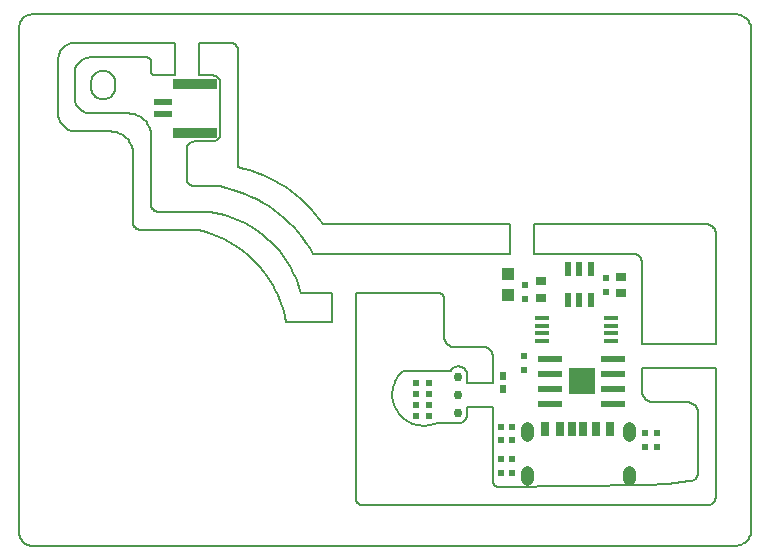
<source format=gtp>
G75*
G70*
%OFA0B0*%
%FSLAX24Y24*%
%IPPOS*%
%LPD*%
%AMOC8*
5,1,8,0,0,1.08239X$1,22.5*
%
%ADD10C,0.0050*%
%ADD11R,0.0433X0.0394*%
%ADD12R,0.0354X0.0250*%
%ADD13R,0.0197X0.0220*%
%ADD14R,0.0810X0.0240*%
%ADD15R,0.0900X0.0900*%
%ADD16R,0.0217X0.0472*%
%ADD17R,0.0472X0.0138*%
%ADD18R,0.0315X0.0472*%
%ADD19R,0.0250X0.0472*%
%ADD20C,0.0004*%
%ADD21C,0.0433*%
%ADD22R,0.0220X0.0197*%
%ADD23C,0.0300*%
%ADD24R,0.0600X0.0236*%
%ADD25R,0.1450X0.0350*%
%ADD26R,0.0197X0.0250*%
D10*
X000929Y000534D02*
X024328Y000534D01*
X024327Y000533D02*
X024374Y000530D01*
X024420Y000531D01*
X024466Y000536D01*
X024512Y000544D01*
X024556Y000557D01*
X024600Y000573D01*
X024642Y000592D01*
X024682Y000615D01*
X024720Y000641D01*
X024756Y000671D01*
X024790Y000703D01*
X024821Y000737D01*
X024848Y000775D01*
X024873Y000814D01*
X024894Y000855D01*
X024912Y000898D01*
X024926Y000942D01*
X024936Y000987D01*
X024943Y001033D01*
X024943Y001034D02*
X024943Y017752D01*
X024943Y017753D02*
X024936Y017798D01*
X024926Y017844D01*
X024911Y017888D01*
X024894Y017930D01*
X024872Y017971D01*
X024848Y018011D01*
X024820Y018048D01*
X024789Y018082D01*
X024756Y018114D01*
X024720Y018143D01*
X024682Y018170D01*
X024641Y018192D01*
X024599Y018212D01*
X024556Y018228D01*
X024511Y018240D01*
X024466Y018248D01*
X024420Y018253D01*
X024374Y018254D01*
X024327Y018251D01*
X024328Y018250D02*
X000929Y018250D01*
X000930Y018250D02*
X000889Y018243D01*
X000849Y018233D01*
X000809Y018219D01*
X000772Y018201D01*
X000736Y018180D01*
X000702Y018156D01*
X000671Y018129D01*
X000642Y018099D01*
X000616Y018066D01*
X000593Y018032D01*
X000574Y017995D01*
X000558Y017956D01*
X000546Y017917D01*
X000537Y017876D01*
X000532Y017835D01*
X000531Y017793D01*
X000534Y017752D01*
X000534Y001034D01*
X000531Y000993D01*
X000532Y000951D01*
X000537Y000910D01*
X000545Y000869D01*
X000558Y000829D01*
X000574Y000791D01*
X000593Y000754D01*
X000616Y000719D01*
X000642Y000686D01*
X000670Y000656D01*
X000702Y000629D01*
X000736Y000604D01*
X000772Y000583D01*
X000809Y000565D01*
X000848Y000551D01*
X000889Y000541D01*
X000930Y000534D01*
X009437Y007981D02*
X009399Y008165D01*
X009352Y008348D01*
X009296Y008528D01*
X009232Y008705D01*
X009159Y008878D01*
X009077Y009048D01*
X008988Y009214D01*
X008890Y009375D01*
X008785Y009532D01*
X008672Y009683D01*
X008552Y009828D01*
X008425Y009967D01*
X008291Y010100D01*
X008151Y010226D01*
X008005Y010345D01*
X007854Y010457D01*
X007697Y010562D01*
X007535Y010659D01*
X007369Y010747D01*
X007199Y010828D01*
X007025Y010900D01*
X006847Y010964D01*
X006667Y011019D01*
X006484Y011065D01*
X004578Y011065D01*
X004548Y011067D01*
X004518Y011072D01*
X004489Y011081D01*
X004462Y011094D01*
X004436Y011109D01*
X004412Y011128D01*
X004391Y011149D01*
X004372Y011173D01*
X004357Y011199D01*
X004344Y011226D01*
X004335Y011255D01*
X004330Y011285D01*
X004328Y011315D01*
X004328Y013595D01*
X004326Y013649D01*
X004320Y013702D01*
X004311Y013754D01*
X004298Y013806D01*
X004281Y013857D01*
X004260Y013907D01*
X004236Y013954D01*
X004209Y014000D01*
X004178Y014044D01*
X004145Y014086D01*
X004108Y014125D01*
X004069Y014162D01*
X004027Y014195D01*
X003983Y014226D01*
X003937Y014253D01*
X003890Y014277D01*
X003840Y014298D01*
X003789Y014315D01*
X003737Y014328D01*
X003685Y014337D01*
X003632Y014343D01*
X003578Y014345D01*
X002387Y014345D01*
X002341Y014350D01*
X002296Y014359D01*
X002251Y014371D01*
X002207Y014386D01*
X002165Y014405D01*
X002124Y014428D01*
X002085Y014453D01*
X002048Y014481D01*
X002014Y014512D01*
X001982Y014546D01*
X001953Y014582D01*
X001927Y014621D01*
X001903Y014661D01*
X001884Y014703D01*
X001867Y014746D01*
X001854Y014791D01*
X001844Y014836D01*
X001838Y014882D01*
X001836Y014928D01*
X001837Y014975D01*
X001837Y016756D01*
X001839Y016801D01*
X001845Y016847D01*
X001854Y016891D01*
X001867Y016935D01*
X001883Y016977D01*
X001903Y017018D01*
X001927Y017057D01*
X001953Y017094D01*
X001982Y017129D01*
X002014Y017161D01*
X002049Y017190D01*
X002086Y017216D01*
X002125Y017240D01*
X002166Y017260D01*
X002208Y017276D01*
X002252Y017289D01*
X002296Y017298D01*
X002342Y017304D01*
X002387Y017306D01*
X005733Y017306D01*
X005733Y016215D01*
X005078Y016215D01*
X005055Y016217D01*
X005032Y016222D01*
X005010Y016231D01*
X004990Y016244D01*
X004972Y016259D01*
X004957Y016277D01*
X004944Y016297D01*
X004935Y016319D01*
X004930Y016342D01*
X004928Y016365D01*
X004928Y016665D01*
X004926Y016688D01*
X004921Y016711D01*
X004912Y016733D01*
X004899Y016753D01*
X004884Y016771D01*
X004866Y016786D01*
X004846Y016799D01*
X004824Y016808D01*
X004801Y016813D01*
X004778Y016815D01*
X002928Y016815D01*
X002883Y016813D01*
X002837Y016807D01*
X002793Y016798D01*
X002749Y016785D01*
X002707Y016769D01*
X002666Y016749D01*
X002627Y016725D01*
X002590Y016699D01*
X002555Y016670D01*
X002523Y016638D01*
X002494Y016603D01*
X002468Y016566D01*
X002444Y016527D01*
X002424Y016486D01*
X002408Y016444D01*
X002395Y016400D01*
X002386Y016356D01*
X002380Y016310D01*
X002378Y016265D01*
X002378Y015495D01*
X002380Y015450D01*
X002386Y015404D01*
X002395Y015360D01*
X002408Y015316D01*
X002424Y015274D01*
X002444Y015233D01*
X002468Y015194D01*
X002494Y015157D01*
X002523Y015122D01*
X002555Y015090D01*
X002590Y015061D01*
X002627Y015035D01*
X002666Y015011D01*
X002707Y014991D01*
X002749Y014975D01*
X002793Y014962D01*
X002837Y014953D01*
X002883Y014947D01*
X002928Y014945D01*
X004178Y014945D01*
X004232Y014943D01*
X004285Y014937D01*
X004337Y014928D01*
X004389Y014915D01*
X004440Y014898D01*
X004490Y014877D01*
X004537Y014853D01*
X004583Y014826D01*
X004627Y014795D01*
X004669Y014762D01*
X004708Y014725D01*
X004745Y014686D01*
X004778Y014644D01*
X004809Y014600D01*
X004836Y014554D01*
X004860Y014507D01*
X004881Y014457D01*
X004898Y014406D01*
X004911Y014354D01*
X004920Y014302D01*
X004926Y014249D01*
X004928Y014195D01*
X004928Y011915D01*
X004930Y011885D01*
X004935Y011855D01*
X004944Y011826D01*
X004957Y011799D01*
X004972Y011773D01*
X004991Y011749D01*
X005012Y011728D01*
X005036Y011709D01*
X005062Y011694D01*
X005089Y011681D01*
X005118Y011672D01*
X005148Y011667D01*
X005178Y011665D01*
X006878Y011665D01*
X007228Y012515D02*
X006378Y012515D01*
X006348Y012517D01*
X006318Y012522D01*
X006289Y012531D01*
X006262Y012544D01*
X006236Y012559D01*
X006212Y012578D01*
X006191Y012599D01*
X006172Y012623D01*
X006157Y012649D01*
X006144Y012676D01*
X006135Y012705D01*
X006130Y012735D01*
X006128Y012765D01*
X006128Y013765D01*
X006130Y013795D01*
X006135Y013825D01*
X006144Y013854D01*
X006157Y013881D01*
X006172Y013907D01*
X006191Y013931D01*
X006212Y013952D01*
X006236Y013971D01*
X006262Y013986D01*
X006289Y013999D01*
X006318Y014008D01*
X006348Y014013D01*
X006378Y014015D01*
X006978Y014015D01*
X007008Y014017D01*
X007038Y014022D01*
X007067Y014031D01*
X007094Y014044D01*
X007120Y014059D01*
X007144Y014078D01*
X007165Y014099D01*
X007184Y014123D01*
X007199Y014149D01*
X007212Y014176D01*
X007221Y014205D01*
X007226Y014235D01*
X007228Y014265D01*
X007228Y015965D01*
X007226Y015995D01*
X007221Y016025D01*
X007212Y016054D01*
X007199Y016081D01*
X007184Y016107D01*
X007165Y016131D01*
X007144Y016152D01*
X007120Y016171D01*
X007094Y016186D01*
X007067Y016199D01*
X007038Y016208D01*
X007008Y016213D01*
X006978Y016215D01*
X006521Y016215D01*
X006521Y017306D01*
X007568Y017306D01*
X007569Y017306D02*
X007599Y017304D01*
X007628Y017299D01*
X007657Y017291D01*
X007684Y017279D01*
X007710Y017263D01*
X007734Y017245D01*
X007755Y017224D01*
X007774Y017201D01*
X007790Y017175D01*
X007802Y017148D01*
X007811Y017119D01*
X007817Y017090D01*
X007819Y017060D01*
X007818Y017060D02*
X007818Y013156D01*
X010657Y011256D02*
X016908Y011256D01*
X016908Y010259D01*
X010328Y010259D01*
X009928Y008965D02*
X010960Y008965D01*
X010960Y007981D01*
X009437Y007981D01*
X011747Y008965D02*
X011747Y002142D01*
X011747Y002141D02*
X011748Y002112D01*
X011752Y002083D01*
X011760Y002054D01*
X011771Y002027D01*
X011786Y002001D01*
X011803Y001977D01*
X011823Y001955D01*
X011846Y001936D01*
X011871Y001920D01*
X011897Y001907D01*
X011925Y001897D01*
X011954Y001891D01*
X011984Y001888D01*
X011983Y001888D02*
X023464Y001888D01*
X023497Y001890D01*
X023530Y001896D01*
X023562Y001905D01*
X023592Y001918D01*
X023621Y001935D01*
X023648Y001954D01*
X023673Y001976D01*
X023695Y002001D01*
X023714Y002028D01*
X023730Y002058D01*
X023742Y002088D01*
X023751Y002120D01*
X023756Y002153D01*
X023758Y002186D01*
X023758Y006464D01*
X021278Y006464D01*
X021278Y005715D01*
X021282Y005676D01*
X021290Y005637D01*
X021301Y005600D01*
X021315Y005563D01*
X021333Y005528D01*
X021355Y005495D01*
X021379Y005464D01*
X021406Y005435D01*
X021435Y005409D01*
X021467Y005386D01*
X021500Y005365D01*
X021536Y005348D01*
X021573Y005334D01*
X021611Y005324D01*
X021649Y005317D01*
X021689Y005314D01*
X021728Y005315D01*
X022828Y005315D01*
X022827Y005316D02*
X022863Y005311D01*
X022899Y005303D01*
X022933Y005291D01*
X022967Y005276D01*
X022998Y005258D01*
X023028Y005237D01*
X023055Y005213D01*
X023080Y005186D01*
X023102Y005157D01*
X023121Y005126D01*
X023137Y005094D01*
X023150Y005059D01*
X023160Y005024D01*
X023166Y004988D01*
X023168Y004952D01*
X023167Y004916D01*
X023167Y004915D02*
X023167Y002977D01*
X023165Y002944D01*
X023160Y002912D01*
X023151Y002880D01*
X023138Y002849D01*
X023122Y002821D01*
X023103Y002794D01*
X023081Y002769D01*
X023056Y002747D01*
X023029Y002728D01*
X023001Y002712D01*
X022970Y002699D01*
X022938Y002690D01*
X022906Y002685D01*
X022873Y002683D01*
X021424Y002565D02*
X016564Y002479D01*
X016534Y002481D01*
X016504Y002486D01*
X016475Y002495D01*
X016448Y002508D01*
X016422Y002523D01*
X016398Y002542D01*
X016377Y002563D01*
X016358Y002587D01*
X016343Y002613D01*
X016330Y002640D01*
X016321Y002669D01*
X016316Y002699D01*
X016314Y002729D01*
X016314Y005167D01*
X015468Y005167D01*
X015468Y004899D01*
X015463Y004867D01*
X015455Y004835D01*
X015443Y004805D01*
X015428Y004776D01*
X015410Y004749D01*
X015389Y004724D01*
X015365Y004701D01*
X015339Y004682D01*
X015311Y004665D01*
X015281Y004652D01*
X015250Y004642D01*
X015218Y004636D01*
X015186Y004633D01*
X015153Y004634D01*
X014444Y004634D01*
X014386Y004609D01*
X014326Y004587D01*
X014265Y004570D01*
X014203Y004556D01*
X014141Y004546D01*
X014078Y004539D01*
X014014Y004537D01*
X013951Y004539D01*
X013887Y004544D01*
X013825Y004553D01*
X013763Y004566D01*
X013701Y004583D01*
X013641Y004604D01*
X013583Y004628D01*
X013526Y004656D01*
X013470Y004687D01*
X013417Y004721D01*
X013366Y004759D01*
X013317Y004800D01*
X013271Y004844D01*
X013228Y004890D01*
X013188Y004939D01*
X013150Y004990D01*
X013116Y005044D01*
X013086Y005099D01*
X013058Y005157D01*
X013035Y005216D01*
X013015Y005276D01*
X012998Y005337D01*
X012986Y005399D01*
X012977Y005462D01*
X012972Y005525D01*
X012971Y005589D01*
X012974Y005652D01*
X012981Y005715D01*
X012991Y005778D01*
X013006Y005840D01*
X013024Y005901D01*
X013046Y005960D01*
X013072Y006018D01*
X013101Y006075D01*
X013133Y006129D01*
X013169Y006182D01*
X013208Y006232D01*
X013249Y006280D01*
X013294Y006325D01*
X013341Y006367D01*
X013342Y006367D02*
X014917Y006367D01*
X014916Y006367D02*
X014935Y006395D01*
X014956Y006421D01*
X014980Y006444D01*
X015007Y006464D01*
X015036Y006481D01*
X015067Y006495D01*
X015099Y006505D01*
X015132Y006511D01*
X015165Y006514D01*
X015199Y006513D01*
X015232Y006508D01*
X015264Y006499D01*
X015296Y006487D01*
X015325Y006471D01*
X015353Y006452D01*
X015378Y006430D01*
X015401Y006406D01*
X015421Y006378D01*
X015437Y006349D01*
X015450Y006318D01*
X015460Y006286D01*
X015466Y006253D01*
X015468Y006220D01*
X015468Y005956D01*
X016314Y005956D01*
X016314Y006881D01*
X016314Y006880D02*
X016310Y006913D01*
X016303Y006944D01*
X016293Y006975D01*
X016279Y007005D01*
X016262Y007032D01*
X016242Y007058D01*
X016219Y007081D01*
X016193Y007101D01*
X016166Y007119D01*
X016137Y007133D01*
X016106Y007144D01*
X016074Y007152D01*
X016042Y007155D01*
X016010Y007156D01*
X016009Y007156D02*
X015014Y007156D01*
X014979Y007160D01*
X014944Y007169D01*
X014910Y007180D01*
X014878Y007195D01*
X014847Y007214D01*
X014819Y007236D01*
X014793Y007260D01*
X014770Y007287D01*
X014749Y007316D01*
X014732Y007348D01*
X014718Y007381D01*
X014708Y007415D01*
X014701Y007450D01*
X014698Y007485D01*
X014699Y007521D01*
X014699Y008765D01*
X014700Y008765D02*
X014697Y008792D01*
X014690Y008819D01*
X014680Y008845D01*
X014666Y008869D01*
X014650Y008891D01*
X014630Y008911D01*
X014609Y008928D01*
X014585Y008942D01*
X014560Y008953D01*
X014533Y008960D01*
X014506Y008964D01*
X014478Y008965D01*
X011747Y008965D01*
X010657Y011256D02*
X010530Y011434D01*
X010394Y011605D01*
X010250Y011770D01*
X010099Y011928D01*
X009940Y012078D01*
X009774Y012221D01*
X009601Y012356D01*
X009422Y012482D01*
X009238Y012599D01*
X009047Y012707D01*
X008852Y012806D01*
X008653Y012896D01*
X008449Y012976D01*
X008242Y013046D01*
X008031Y013106D01*
X007818Y013156D01*
X003728Y015815D02*
X003728Y015965D01*
X003726Y016004D01*
X003720Y016043D01*
X003711Y016081D01*
X003698Y016118D01*
X003681Y016154D01*
X003661Y016187D01*
X003637Y016219D01*
X003611Y016248D01*
X003582Y016274D01*
X003550Y016298D01*
X003517Y016318D01*
X003481Y016335D01*
X003444Y016348D01*
X003406Y016357D01*
X003367Y016363D01*
X003328Y016365D01*
X003289Y016363D01*
X003250Y016357D01*
X003212Y016348D01*
X003175Y016335D01*
X003139Y016318D01*
X003106Y016298D01*
X003074Y016274D01*
X003045Y016248D01*
X003019Y016219D01*
X002995Y016187D01*
X002975Y016154D01*
X002958Y016118D01*
X002945Y016081D01*
X002936Y016043D01*
X002930Y016004D01*
X002928Y015965D01*
X002928Y015815D01*
X002930Y015776D01*
X002936Y015737D01*
X002945Y015699D01*
X002958Y015662D01*
X002975Y015626D01*
X002995Y015593D01*
X003019Y015561D01*
X003045Y015532D01*
X003074Y015506D01*
X003106Y015482D01*
X003139Y015462D01*
X003175Y015445D01*
X003212Y015432D01*
X003250Y015423D01*
X003289Y015417D01*
X003328Y015415D01*
X003367Y015417D01*
X003406Y015423D01*
X003444Y015432D01*
X003481Y015445D01*
X003517Y015462D01*
X003550Y015482D01*
X003582Y015506D01*
X003611Y015532D01*
X003637Y015561D01*
X003661Y015593D01*
X003681Y015626D01*
X003698Y015662D01*
X003711Y015699D01*
X003720Y015737D01*
X003726Y015776D01*
X003728Y015815D01*
X007228Y012515D02*
X007443Y012468D01*
X007655Y012410D01*
X007864Y012342D01*
X008070Y012264D01*
X008271Y012176D01*
X008469Y012079D01*
X008661Y011972D01*
X008847Y011856D01*
X009028Y011730D01*
X009203Y011597D01*
X009371Y011455D01*
X009532Y011305D01*
X009685Y011147D01*
X009831Y010983D01*
X009968Y010811D01*
X010097Y010633D01*
X010217Y010449D01*
X010328Y010259D01*
X009928Y008965D02*
X009877Y009137D01*
X009818Y009307D01*
X009751Y009474D01*
X009675Y009637D01*
X009592Y009797D01*
X009501Y009952D01*
X009403Y010102D01*
X009298Y010248D01*
X009185Y010388D01*
X009066Y010523D01*
X008941Y010652D01*
X008809Y010774D01*
X008671Y010890D01*
X008528Y010999D01*
X008380Y011101D01*
X008227Y011195D01*
X008070Y011282D01*
X007909Y011362D01*
X007744Y011433D01*
X007576Y011496D01*
X007404Y011551D01*
X007231Y011598D01*
X007055Y011636D01*
X006878Y011665D01*
X017695Y011256D02*
X017695Y010259D01*
X021028Y010259D01*
X021058Y010258D01*
X021087Y010253D01*
X021116Y010244D01*
X021143Y010232D01*
X021169Y010217D01*
X021192Y010199D01*
X021214Y010178D01*
X021232Y010155D01*
X021248Y010130D01*
X021261Y010103D01*
X021270Y010074D01*
X021276Y010045D01*
X021278Y010015D01*
X021278Y007252D01*
X023758Y007252D01*
X023758Y010915D01*
X023757Y010916D02*
X023756Y010951D01*
X023751Y010985D01*
X023742Y011019D01*
X023730Y011052D01*
X023715Y011084D01*
X023696Y011114D01*
X023674Y011141D01*
X023650Y011166D01*
X023623Y011189D01*
X023594Y011208D01*
X023563Y011225D01*
X023531Y011238D01*
X023497Y011248D01*
X023462Y011254D01*
X023427Y011256D01*
X023428Y011256D02*
X017695Y011256D01*
X021424Y002565D02*
X022150Y002608D01*
X022873Y002683D01*
D11*
X016839Y008879D03*
X016839Y009588D03*
D12*
X017939Y009357D03*
X017939Y008810D03*
X020610Y008960D03*
X020610Y009507D03*
D13*
X020093Y009457D03*
X020093Y009010D03*
X017409Y009217D03*
X017409Y008770D03*
X017360Y006852D03*
X017360Y006405D03*
X016960Y004508D03*
X016600Y004508D03*
X016600Y004061D03*
X016960Y004061D03*
X016960Y003415D03*
X016600Y003415D03*
X016600Y002968D03*
X016960Y002968D03*
X021410Y003842D03*
X021796Y003842D03*
X021796Y004289D03*
X021410Y004289D03*
D14*
X020340Y005262D03*
X020340Y005762D03*
X020340Y006262D03*
X020340Y006762D03*
X018220Y006762D03*
X018220Y006262D03*
X018220Y005762D03*
X018220Y005262D03*
D15*
X019280Y006012D03*
D16*
X019210Y008722D03*
X019584Y008722D03*
X018836Y008722D03*
X018836Y009746D03*
X019210Y009746D03*
X019584Y009746D03*
D17*
X020262Y008133D03*
X020262Y007877D03*
X020262Y007621D03*
X020262Y007365D03*
X017959Y007365D03*
X017959Y007621D03*
X017959Y007877D03*
X017959Y008133D03*
D18*
X018064Y004411D03*
X018548Y004411D03*
X019745Y004411D03*
X020229Y004411D03*
D19*
X019343Y004411D03*
X018950Y004411D03*
D20*
X017554Y004483D02*
X017554Y004238D01*
X017552Y004218D01*
X017547Y004199D01*
X017538Y004181D01*
X017526Y004165D01*
X017511Y004152D01*
X017494Y004141D01*
X017476Y004134D01*
X017456Y004130D01*
X017436Y004130D01*
X017416Y004134D01*
X017398Y004141D01*
X017381Y004152D01*
X017366Y004165D01*
X017354Y004181D01*
X017345Y004199D01*
X017340Y004218D01*
X017338Y004238D01*
X017338Y004483D01*
X017340Y004503D01*
X017345Y004522D01*
X017354Y004540D01*
X017366Y004556D01*
X017381Y004569D01*
X017398Y004580D01*
X017416Y004587D01*
X017436Y004591D01*
X017456Y004591D01*
X017476Y004587D01*
X017494Y004580D01*
X017511Y004569D01*
X017526Y004556D01*
X017538Y004540D01*
X017547Y004522D01*
X017552Y004503D01*
X017554Y004483D01*
X017554Y002986D02*
X017554Y002742D01*
X017552Y002722D01*
X017547Y002703D01*
X017538Y002685D01*
X017526Y002669D01*
X017511Y002656D01*
X017494Y002645D01*
X017476Y002638D01*
X017456Y002634D01*
X017436Y002634D01*
X017416Y002638D01*
X017398Y002645D01*
X017381Y002656D01*
X017366Y002669D01*
X017354Y002685D01*
X017345Y002703D01*
X017340Y002722D01*
X017338Y002742D01*
X017338Y002986D01*
X017340Y003006D01*
X017345Y003025D01*
X017354Y003043D01*
X017366Y003059D01*
X017381Y003072D01*
X017398Y003083D01*
X017416Y003090D01*
X017436Y003094D01*
X017456Y003094D01*
X017476Y003090D01*
X017494Y003083D01*
X017511Y003072D01*
X017526Y003059D01*
X017538Y003043D01*
X017547Y003025D01*
X017552Y003006D01*
X017554Y002986D01*
X020739Y002986D02*
X020739Y002742D01*
X020741Y002722D01*
X020746Y002703D01*
X020755Y002685D01*
X020767Y002669D01*
X020782Y002656D01*
X020799Y002645D01*
X020817Y002638D01*
X020837Y002634D01*
X020857Y002634D01*
X020877Y002638D01*
X020895Y002645D01*
X020912Y002656D01*
X020927Y002669D01*
X020939Y002685D01*
X020948Y002703D01*
X020953Y002722D01*
X020955Y002742D01*
X020956Y002742D02*
X020956Y002986D01*
X020955Y002986D02*
X020953Y003006D01*
X020948Y003025D01*
X020939Y003043D01*
X020927Y003059D01*
X020912Y003072D01*
X020895Y003083D01*
X020877Y003090D01*
X020857Y003094D01*
X020837Y003094D01*
X020817Y003090D01*
X020799Y003083D01*
X020782Y003072D01*
X020767Y003059D01*
X020755Y003043D01*
X020746Y003025D01*
X020741Y003006D01*
X020739Y002986D01*
X020739Y004238D02*
X020739Y004483D01*
X020741Y004503D01*
X020746Y004522D01*
X020755Y004540D01*
X020767Y004556D01*
X020782Y004569D01*
X020799Y004580D01*
X020817Y004587D01*
X020837Y004591D01*
X020857Y004591D01*
X020877Y004587D01*
X020895Y004580D01*
X020912Y004569D01*
X020927Y004556D01*
X020939Y004540D01*
X020948Y004522D01*
X020953Y004503D01*
X020955Y004483D01*
X020956Y004483D02*
X020956Y004238D01*
X020955Y004238D02*
X020953Y004218D01*
X020948Y004199D01*
X020939Y004181D01*
X020927Y004165D01*
X020912Y004152D01*
X020895Y004141D01*
X020877Y004134D01*
X020857Y004130D01*
X020837Y004130D01*
X020817Y004134D01*
X020799Y004141D01*
X020782Y004152D01*
X020767Y004165D01*
X020755Y004181D01*
X020746Y004199D01*
X020741Y004218D01*
X020739Y004238D01*
D21*
X020847Y004477D02*
X020847Y004477D01*
X020847Y004241D01*
X020847Y004241D01*
X020847Y004477D01*
X020847Y002980D02*
X020847Y002980D01*
X020847Y002744D01*
X020847Y002744D01*
X020847Y002980D01*
X017446Y002980D02*
X017446Y002980D01*
X017446Y002744D01*
X017446Y002744D01*
X017446Y002980D01*
X017446Y004477D02*
X017446Y004477D01*
X017446Y004241D01*
X017446Y004241D01*
X017446Y004477D01*
D22*
X014191Y004877D03*
X014191Y005237D03*
X014191Y005597D03*
X014191Y005957D03*
X013745Y005957D03*
X013745Y005597D03*
X013745Y005237D03*
X013745Y004877D03*
D23*
X015168Y004947D03*
X015168Y005547D03*
X015168Y006147D03*
D24*
X005334Y014918D03*
X005334Y015312D03*
D25*
X006378Y015924D03*
X006378Y014307D03*
D26*
X016660Y006184D03*
X016660Y005744D03*
M02*

</source>
